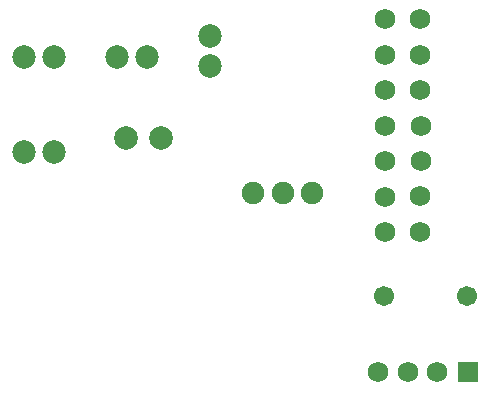
<source format=gbs>
G04 Layer: BottomSolderMaskLayer*
G04 EasyEDA v6.4.19.5, 2021-04-26T22:05:49--7:00*
G04 3865de02122e4a29b7e4d10c01c85813,debd25b7e7f645e7808fdd9718494454,10*
G04 Gerber Generator version 0.2*
G04 Scale: 100 percent, Rotated: No, Reflected: No *
G04 Dimensions in millimeters *
G04 leading zeros omitted , absolute positions ,4 integer and 5 decimal *
%FSLAX45Y45*%
%MOMM*%

%ADD26C,1.9032*%
%ADD27C,1.7016*%
%ADD30C,1.7272*%
%ADD32C,1.9912*%
%ADD33C,2.0032*%

%LPD*%
D26*
G01*
X8001254Y6523736D03*
G01*
X8251190Y6523736D03*
G01*
X8501379Y6523736D03*
D27*
G01*
X9811511Y5651500D03*
G01*
X9111513Y5651500D03*
D30*
G01*
X9561322Y5003800D03*
G36*
X9735058Y4918202D02*
G01*
X9735058Y5090921D01*
X9907777Y5090921D01*
X9907777Y4918202D01*
G37*
G01*
X9314434Y5003800D03*
G01*
X9059418Y5003800D03*
D32*
G01*
X7099300Y7670800D03*
G01*
X6845300Y7670800D03*
D33*
G01*
X6923887Y6988200D03*
G01*
X7223886Y6988200D03*
D30*
G01*
X9416084Y6491401D03*
G01*
X9414205Y6190691D03*
G01*
X9417811Y6787591D03*
G01*
X9417811Y7088759D03*
G01*
X9416897Y7389926D03*
G01*
X9416897Y7689926D03*
G01*
X9416897Y7989925D03*
G01*
X9116898Y7989925D03*
G01*
X9116898Y7689926D03*
G01*
X9116898Y7389926D03*
G01*
X9116898Y7089927D03*
G01*
X9116898Y6789928D03*
G01*
X9116898Y6489928D03*
G01*
X9116898Y6189929D03*
D32*
G01*
X6311900Y6870700D03*
G01*
X6057900Y6870700D03*
G01*
X6311900Y7670800D03*
G01*
X6057900Y7670800D03*
G01*
X7632700Y7594600D03*
G01*
X7632700Y7848600D03*
M02*

</source>
